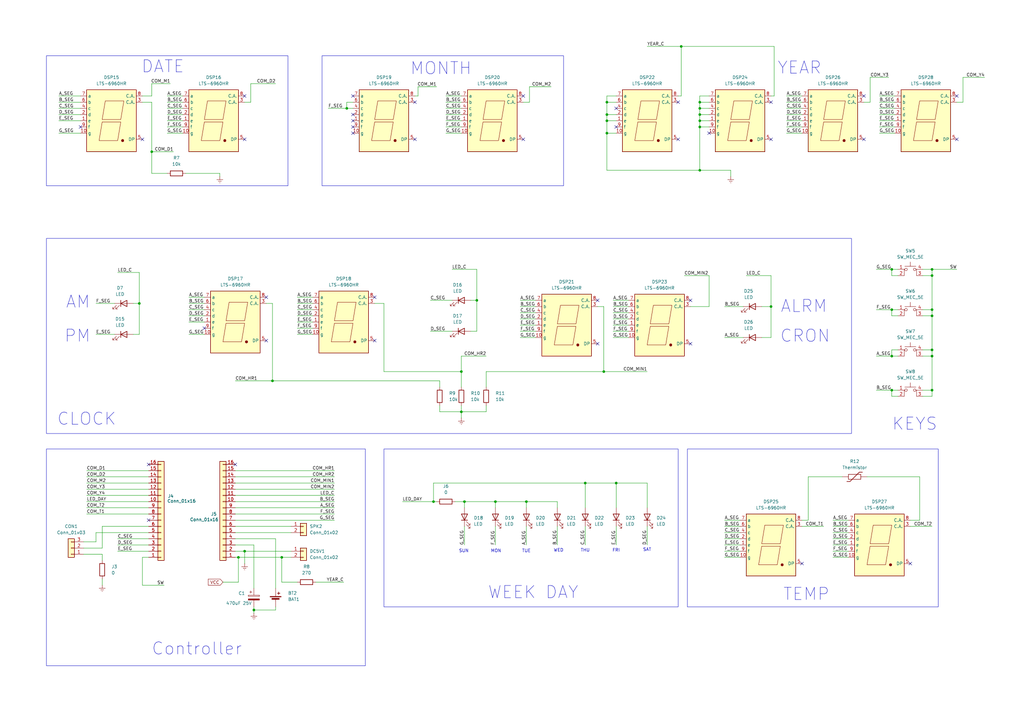
<source format=kicad_sch>
(kicad_sch (version 20231120) (generator "eeschema") (generator_version "8.0")
  (paper "A3")
  (title_block (title "Raspberry Pi Pico clock calendar") (date "2024-12-22") (rev "1.0") (company "Pakéquis"))
  (lib_symbols
    (symbol "Connector_Generic:Conn_01x02" (pin_names (offset 1.016) hide)
      (property "Reference" "J" (at 0 2.54 0))
      (property "Value" "Conn_01x02" (at 0 -5.08 0))
      (symbol "Conn_01x02_1_1"
        (rectangle (start -1.27 -2.413) (end 0 -2.667) (stroke (width 0.1524)))
        (rectangle (start -1.27 0.127) (end 0 -0.127) (stroke (width 0.1524)))
        (rectangle (start -1.27 1.27) (end 1.27 -3.81) (stroke (width 0.254)) (fill (type background)))
        (pin passive line (at -5.08 0 0) (length 3.81) (name "Pin_1") (number "1"))
        (pin passive line (at -5.08 -2.54 0) (length 3.81) (name "Pin_2") (number "2"))
      )
    )
    (symbol "Connector_Generic:Conn_01x03" (pin_names (offset 1.016) hide)
      (property "Reference" "J" (at 0 5.08 0))
      (property "Value" "Conn_01x03" (at 0 -5.08 0))
      (symbol "Conn_01x03_1_1"
        (rectangle (start -1.27 -2.413) (end 0 -2.667) (stroke (width 0.1524)))
        (rectangle (start -1.27 0.127) (end 0 -0.127) (stroke (width 0.1524)))
        (rectangle (start -1.27 2.667) (end 0 2.413) (stroke (width 0.1524)))
        (rectangle (start -1.27 3.81) (end 1.27 -3.81) (stroke (width 0.254)) (fill (type background)))
        (pin passive line (at -5.08 2.54 0) (length 3.81) (name "Pin_1") (number "1"))
        (pin passive line (at -5.08 0 0) (length 3.81) (name "Pin_2") (number "2"))
        (pin passive line (at -5.08 -2.54 0) (length 3.81) (name "Pin_3") (number "3"))
      )
    )
    (symbol "Connector_Generic:Conn_01x16" (pin_names (offset 1.016) hide)
      (property "Reference" "J" (at 0 20.32 0))
      (property "Value" "Conn_01x16" (at 0 -22.86 0))
      (symbol "Conn_01x16_1_1"
        (rectangle (start -1.27 -20.193) (end 0 -20.447) (stroke (width 0.1524)))
        (rectangle (start -1.27 -17.653) (end 0 -17.907) (stroke (width 0.1524)))
        (rectangle (start -1.27 -15.113) (end 0 -15.367) (stroke (width 0.1524)))
        (rectangle (start -1.27 -12.573) (end 0 -12.827) (stroke (width 0.1524)))
        (rectangle (start -1.27 -10.033) (end 0 -10.287) (stroke (width 0.1524)))
        (rectangle (start -1.27 -7.493) (end 0 -7.747) (stroke (width 0.1524)))
        (rectangle (start -1.27 -4.953) (end 0 -5.207) (stroke (width 0.1524)))
        (rectangle (start -1.27 -2.413) (end 0 -2.667) (stroke (width 0.1524)))
        (rectangle (start -1.27 0.127) (end 0 -0.127) (stroke (width 0.1524)))
        (rectangle (start -1.27 2.667) (end 0 2.413) (stroke (width 0.1524)))
        (rectangle (start -1.27 5.207) (end 0 4.953) (stroke (width 0.1524)))
        (rectangle (start -1.27 7.747) (end 0 7.493) (stroke (width 0.1524)))
        (rectangle (start -1.27 10.287) (end 0 10.033) (stroke (width 0.1524)))
        (rectangle (start -1.27 12.827) (end 0 12.573) (stroke (width 0.1524)))
        (rectangle (start -1.27 15.367) (end 0 15.113) (stroke (width 0.1524)))
        (rectangle (start -1.27 17.907) (end 0 17.653) (stroke (width 0.1524)))
        (rectangle (start -1.27 19.05) (end 1.27 -21.59) (stroke (width 0.254)) (fill (type background)))
        (pin passive line (at -5.08 17.78 0) (length 3.81) (name "Pin_1") (number "1"))
        (pin passive line (at -5.08 -5.08 0) (length 3.81) (name "Pin_10") (number "10"))
        (pin passive line (at -5.08 -7.62 0) (length 3.81) (name "Pin_11") (number "11"))
        (pin passive line (at -5.08 -10.16 0) (length 3.81) (name "Pin_12") (number "12"))
        (pin passive line (at -5.08 -12.7 0) (length 3.81) (name "Pin_13") (number "13"))
        (pin passive line (at -5.08 -15.24 0) (length 3.81) (name "Pin_14") (number "14"))
        (pin passive line (at -5.08 -17.78 0) (length 3.81) (name "Pin_15") (number "15"))
        (pin passive line (at -5.08 -20.32 0) (length 3.81) (name "Pin_16") (number "16"))
        (pin passive line (at -5.08 15.24 0) (length 3.81) (name "Pin_2") (number "2"))
        (pin passive line (at -5.08 12.7 0) (length 3.81) (name "Pin_3") (number "3"))
        (pin passive line (at -5.08 10.16 0) (length 3.81) (name "Pin_4") (number "4"))
        (pin passive line (at -5.08 7.62 0) (length 3.81) (name "Pin_5") (number "5"))
        (pin passive line (at -5.08 5.08 0) (length 3.81) (name "Pin_6") (number "6"))
        (pin passive line (at -5.08 2.54 0) (length 3.81) (name "Pin_7") (number "7"))
        (pin passive line (at -5.08 0 0) (length 3.81) (name "Pin_8") (number "8"))
        (pin passive line (at -5.08 -2.54 0) (length 3.81) (name "Pin_9") (number "9"))
      )
    )
    (symbol "Device:Battery_Cell" (pin_numbers hide) (pin_names (offset 0) hide)
      (property "Reference" "BT" (at 2.54 2.54 0))
      (property "Value" "Battery_Cell" (at 2.54 0 0))
      (symbol "Battery_Cell_0_1"
        (rectangle (start -2.286 1.778) (end 2.286 1.524) (fill (type outline)))
        (rectangle (start -1.524 1.016) (end 1.524 0.508) (fill (type outline)))
        (polyline (pts (xy 0 0.762) (xy 0 0)))
        (polyline (pts (xy 0 1.778) (xy 0 2.54)))
        (polyline (pts (xy 0.762 3.048) (xy 1.778 3.048)) (stroke (width 0.254)))
        (polyline (pts (xy 1.27 3.556) (xy 1.27 2.54)) (stroke (width 0.254)))
      )
      (symbol "Battery_Cell_1_1"
        (pin passive line (at 0 5.08 270) (length 2.54) (name "+") (number "1"))
        (pin passive line (at 0 -2.54 90) (length 2.54) (name "-") (number "2"))
      )
    )
    (symbol "Device:C_Polarized" (pin_numbers hide) (pin_names (offset 0.254))
      (property "Reference" "C" (at 0.635 2.54 0))
      (property "Value" "C_Polarized" (at 0.635 -2.54 0))
      (symbol "C_Polarized_0_1"
        (rectangle (start -2.286 0.508) (end 2.286 1.016))
        (polyline (pts (xy -1.778 2.286) (xy -0.762 2.286)))
        (polyline (pts (xy -1.27 2.794) (xy -1.27 1.778)))
        (rectangle (start 2.286 -0.508) (end -2.286 -1.016) (fill (type outline)))
      )
      (symbol "C_Polarized_1_1"
        (pin passive line (at 0 3.81 270) (length 2.794) (name "~") (number "1"))
        (pin passive line (at 0 -3.81 90) (length 2.794) (name "~") (number "2"))
      )
    )
    (symbol "Device:LED" (pin_numbers hide) (pin_names (offset 1.016) hide)
      (property "Reference" "D" (at 0 2.54 0))
      (property "Value" "LED" (at 0 -2.54 0))
      (symbol "LED_0_1"
        (polyline (pts (xy -1.27 -1.27) (xy -1.27 1.27)) (stroke (width 0.254)))
        (polyline (pts (xy -1.27 0) (xy 1.27 0)))
        (polyline (pts (xy 1.27 -1.27) (xy 1.27 1.27) (xy -1.27 0) (xy 1.27 -1.27)) (stroke (width 0.254)))
        (polyline (pts (xy -3.048 -0.762) (xy -4.572 -2.286) (xy -3.81 -2.286) (xy -4.572 -2.286) (xy -4.572 -1.524)))
        (polyline (pts (xy -1.778 -0.762) (xy -3.302 -2.286) (xy -2.54 -2.286) (xy -3.302 -2.286) (xy -3.302 -1.524)))
      )
      (symbol "LED_1_1"
        (pin passive line (at -3.81 0 0) (length 2.54) (name "K") (number "1"))
        (pin passive line (at 3.81 0 180) (length 2.54) (name "A") (number "2"))
      )
    )
    (symbol "Device:R" (pin_numbers hide) (pin_names (offset 0))
      (property "Reference" "R" (at 2.032 0 90))
      (property "Value" "R" (at 0 0 90))
      (symbol "R_0_1"
        (rectangle (start -1.016 -2.54) (end 1.016 2.54) (stroke (width 0.254)))
      )
      (symbol "R_1_1"
        (pin passive line (at 0 3.81 270) (length 1.27) (name "~") (number "1"))
        (pin passive line (at 0 -3.81 90) (length 1.27) (name "~") (number "2"))
      )
    )
    (symbol "Device:Thermistor" (pin_numbers hide) (pin_names (offset 0))
      (property "Reference" "TH" (at 2.54 1.27 90))
      (property "Value" "Thermistor" (at -2.54 0 90))
      (symbol "Thermistor_0_1"
        (rectangle (start -1.016 2.54) (end 1.016 -2.54) (stroke (width 0.2032)))
        (polyline (pts (xy -1.905 3.175) (xy -1.905 1.905) (xy 1.905 -1.905) (xy 1.905 -3.175) (xy 1.905 -3.175)) (stroke (width 0.254)))
      )
      (symbol "Thermistor_1_1"
        (pin passive line (at 0 5.08 270) (length 2.54) (name "~") (number "1"))
        (pin passive line (at 0 -5.08 90) (length 2.54) (name "~") (number "2"))
      )
    )
    (symbol "Display_Character:LTS-6960HR"
      (property "Reference" "AFF" (at -7.874 13.97 0))
      (property "Value" "LTS-6960HR" (at -2.032 13.97 0))
      (symbol "LTS-6960HR_0_1"
        (rectangle (start -10.16 12.7) (end 10.16 -12.7) (stroke (width 0.254)) (fill (type background)))
        (polyline (pts (xy -3.81 -0.508) (xy 3.81 -0.508) (xy 2.54 -8.128) (xy -5.08 -8.128) (xy -3.81 -0.508) (xy -3.81 -0.508)))
        (polyline (pts (xy -2.54 8.128) (xy 5.08 8.128) (xy 3.81 0.508) (xy -3.81 0.508) (xy -2.54 8.128) (xy -2.54 8.128)))
        (circle (center 4.572 -8.128) (radius 0.508) (fill (type outline)))
      )
      (symbol "LTS-6960HR_1_1"
        (pin passive line (at -12.7 0 0) (length 2.54) (name "e") (number "1"))
        (pin passive line (at -12.7 -5.08 0) (length 2.54) (name "g") (number "10"))
        (pin passive line (at -12.7 2.54 0) (length 2.54) (name "d") (number "2"))
        (pin passive line (at 12.7 7.62 180) (length 2.54) (name "C.A.") (number "3"))
        (pin passive line (at -12.7 5.08 0) (length 2.54) (name "c") (number "4"))
        (pin passive line (at 12.7 -7.62 180) (length 2.54) (name "DP") (number "5"))
        (pin passive line (at -12.7 7.62 0) (length 2.54) (name "b") (number "6"))
        (pin passive line (at -12.7 10.16 0) (length 2.54) (name "a") (number "7"))
        (pin passive line (at 12.7 10.16 180) (length 2.54) (name "C.A.") (number "8"))
        (pin passive line (at -12.7 -2.54 0) (length 2.54) (name "f") (number "9"))
      )
    )
    (symbol "Switch:SW_MEC_5E" (pin_names (offset 1.016) hide)
      (property "Reference" "SW" (at 0.635 5.715 0))
      (property "Value" "SW_MEC_5E" (at 0 -3.175 0))
      (symbol "SW_MEC_5E_0_1"
        (circle (center -1.778 2.54) (radius 0.508))
        (polyline (pts (xy -2.286 3.81) (xy 2.286 3.81)))
        (polyline (pts (xy 0 3.81) (xy 0 5.588)))
        (polyline (pts (xy -2.54 0) (xy -2.54 2.54) (xy -2.286 2.54)))
        (polyline (pts (xy 2.54 0) (xy 2.54 2.54) (xy 2.286 2.54)))
        (circle (center 1.778 2.54) (radius 0.508))
        (pin passive line (at -5.08 2.54 0) (length 2.54) (name "1") (number "1"))
        (pin passive line (at -5.08 0 0) (length 2.54) (name "2") (number "2"))
        (pin passive line (at 5.08 0 180) (length 2.54) (name "K") (number "3"))
        (pin passive line (at 5.08 2.54 180) (length 2.54) (name "A") (number "4"))
      )
    )
    (symbol "power:GNDREF" (power) (pin_numbers hide) (pin_names (offset 0) hide)
      (property "Value" "GNDREF" (at 0 -3.81 0))
      (symbol "GNDREF_0_1"
        (polyline (pts (xy -0.635 -1.905) (xy 0.635 -1.905)))
        (polyline (pts (xy -0.127 -2.54) (xy 0.127 -2.54)))
        (polyline (pts (xy 0 -1.27) (xy 0 0)))
        (polyline (pts (xy 1.27 -1.27) (xy -1.27 -1.27)))
      )
      (symbol "GNDREF_1_1"
        (pin power_in line (at 0 0 270) (length 0) (name "~") (number "1"))
      )
    )
  )
  (junction (at 382.27 113.03))
  (junction (at 190.5 205.74))
  (junction (at 248.92 54.61))
  (junction (at 177.8 205.74))
  (junction (at 189.23 152.4))
  (junction (at 287.02 46.99))
  (junction (at 365.76 146.05))
  (junction (at 382.27 129.54))
  (junction (at 215.9 205.74))
  (junction (at 247.65 152.4))
  (junction (at 104.14 250.19))
  (junction (at 240.03 198.12))
  (junction (at 287.02 44.45))
  (junction (at 287.02 69.85))
  (junction (at 382.27 127))
  (junction (at 248.92 41.91))
  (junction (at 142.24 44.45))
  (junction (at 115.57 228.6))
  (junction (at 111.76 156.21))
  (junction (at 365.76 127))
  (junction (at 287.02 41.91))
  (junction (at 62.23 62.23))
  (junction (at 287.02 52.07))
  (junction (at 252.73 198.12))
  (junction (at 100.33 226.06))
  (junction (at 189.23 168.91))
  (junction (at 382.27 160.02))
  (junction (at 365.76 110.49))
  (junction (at 287.02 49.53))
  (junction (at 279.4 19.05))
  (junction (at 365.76 160.02))
  (junction (at 248.92 46.99))
  (junction (at 316.23 125.73))
  (junction (at 382.27 146.05))
  (junction (at 382.27 143.51))
  (junction (at 57.15 124.46))
  (junction (at 203.2 205.74))
  (junction (at 248.92 49.53))
  (junction (at 195.58 123.19))
  (junction (at 382.27 110.49))
  (junction (at 97.79 228.6))
  (no_connect (at 245.11 140.97))
  (no_connect (at 316.23 57.15))
  (no_connect (at 100.33 39.37))
  (no_connect (at 170.18 41.91))
  (no_connect (at 316.23 41.91))
  (no_connect (at 144.78 49.53))
  (no_connect (at 109.22 139.7))
  (no_connect (at 392.43 39.37))
  (no_connect (at 33.02 52.07))
  (no_connect (at 153.67 121.92))
  (no_connect (at 100.33 57.15))
  (no_connect (at 392.43 57.15))
  (no_connect (at 354.33 39.37))
  (no_connect (at 354.33 57.15))
  (no_connect (at 252.73 44.45))
  (no_connect (at 290.83 54.61))
  (no_connect (at 328.93 231.14))
  (no_connect (at 278.13 41.91))
  (no_connect (at 214.63 39.37))
  (no_connect (at 60.96 190.5))
  (no_connect (at 252.73 52.07))
  (no_connect (at 144.78 39.37))
  (no_connect (at 109.22 121.92))
  (no_connect (at 283.21 140.97))
  (no_connect (at 153.67 139.7))
  (no_connect (at 170.18 57.15))
  (no_connect (at 245.11 123.19))
  (no_connect (at 278.13 57.15))
  (no_connect (at 214.63 57.15))
  (no_connect (at 283.21 123.19))
  (no_connect (at 58.42 57.15))
  (no_connect (at 144.78 46.99))
  (no_connect (at 83.82 134.62))
  (no_connect (at 373.38 231.14))
  (no_connect (at 144.78 54.61))
  (no_connect (at 60.96 213.36))
  (no_connect (at 96.52 190.5))
  (no_connect (at 144.78 52.07))
  (wire (pts (xy 394.97 41.91) (xy 392.43 41.91)))
  (wire (pts (xy 121.92 238.76) (xy 115.57 238.76)))
  (wire (pts (xy 121.92 129.54) (xy 128.27 129.54)))
  (wire (pts (xy 265.43 198.12) (xy 252.73 198.12)))
  (wire (pts (xy 228.6 208.28) (xy 228.6 205.74)))
  (wire (pts (xy 360.68 46.99) (xy 367.03 46.99)))
  (wire (pts (xy 77.47 137.16) (xy 83.82 137.16)))
  (wire (pts (xy 382.27 113.03) (xy 382.27 110.49)))
  (wire (pts (xy 180.34 166.37) (xy 180.34 168.91)))
  (wire (pts (xy 58.42 41.91) (xy 62.23 41.91)))
  (wire (pts (xy 119.38 215.9) (xy 96.52 215.9)))
  (wire (pts (xy 102.87 41.91) (xy 100.33 41.91)))
  (wire (pts (xy 96.52 208.28) (xy 137.16 208.28)))
  (wire (pts (xy 203.2 208.28) (xy 203.2 205.74)))
  (wire (pts (xy 213.36 130.81) (xy 219.71 130.81)))
  (wire (pts (xy 368.3 113.03) (xy 365.76 113.03)))
  (wire (pts (xy 35.56 195.58) (xy 60.96 195.58)))
  (wire (pts (xy 171.45 35.56) (xy 171.45 39.37)))
  (wire (pts (xy 322.58 52.07) (xy 328.93 52.07)))
  (wire (pts (xy 104.14 241.3) (xy 104.14 223.52)))
  (wire (pts (xy 35.56 205.74) (xy 60.96 205.74)))
  (wire (pts (xy 247.65 125.73) (xy 245.11 125.73)))
  (wire (pts (xy 331.47 213.36) (xy 328.93 213.36)))
  (wire (pts (xy 121.92 127) (xy 128.27 127)))
  (wire (pts (xy 378.46 113.03) (xy 382.27 113.03)))
  (wire (pts (xy 182.88 49.53) (xy 189.23 49.53)))
  (wire (pts (xy 365.76 110.49) (xy 368.3 110.49)))
  (wire (pts (xy 190.5 205.74) (xy 190.5 208.28)))
  (wire (pts (xy 248.92 46.99) (xy 248.92 49.53)))
  (wire (pts (xy 360.68 41.91) (xy 367.03 41.91)))
  (wire (pts (xy 365.76 143.51) (xy 365.76 146.05)))
  (wire (pts (xy 62.23 71.12) (xy 62.23 62.23)))
  (wire (pts (xy 356.87 31.75) (xy 356.87 41.91)))
  (wire (pts (xy 62.23 39.37) (xy 58.42 39.37)))
  (wire (pts (xy 24.13 46.99) (xy 33.02 46.99)))
  (wire (pts (xy 359.41 160.02) (xy 365.76 160.02)))
  (wire (pts (xy 360.68 52.07) (xy 367.03 52.07)))
  (wire (pts (xy 368.3 143.51) (xy 365.76 143.51)))
  (wire (pts (xy 41.91 215.9) (xy 41.91 224.79)))
  (wire (pts (xy 248.92 39.37) (xy 248.92 41.91)))
  (wire (pts (xy 68.58 46.99) (xy 74.93 46.99)))
  (wire (pts (xy 213.36 133.35) (xy 219.71 133.35)))
  (wire (pts (xy 39.37 218.44) (xy 60.96 218.44)))
  (wire (pts (xy 213.36 138.43) (xy 219.71 138.43)))
  (wire (pts (xy 57.15 111.76) (xy 57.15 124.46)))
  (wire (pts (xy 41.91 215.9) (xy 60.96 215.9)))
  (wire (pts (xy 217.17 35.56) (xy 226.06 35.56)))
  (wire (pts (xy 287.02 52.07) (xy 290.83 52.07)))
  (wire (pts (xy 252.73 208.28) (xy 252.73 198.12)))
  (wire (pts (xy 365.76 129.54) (xy 365.76 127)))
  (wire (pts (xy 247.65 152.4) (xy 265.43 152.4)))
  (wire (pts (xy 252.73 198.12) (xy 240.03 198.12)))
  (wire (pts (xy 322.58 49.53) (xy 328.93 49.53)))
  (wire (pts (xy 199.39 152.4) (xy 247.65 152.4)))
  (wire (pts (xy 96.52 213.36) (xy 137.16 213.36)))
  (wire (pts (xy 377.19 195.58) (xy 377.19 213.36)))
  (wire (pts (xy 287.02 49.53) (xy 287.02 52.07)))
  (wire (pts (xy 368.3 129.54) (xy 365.76 129.54)))
  (wire (pts (xy 68.58 54.61) (xy 74.93 54.61)))
  (wire (pts (xy 378.46 160.02) (xy 382.27 160.02)))
  (wire (pts (xy 394.97 31.75) (xy 394.97 41.91)))
  (wire (pts (xy 121.92 132.08) (xy 128.27 132.08)))
  (wire (pts (xy 62.23 62.23) (xy 62.23 41.91)))
  (wire (pts (xy 182.88 54.61) (xy 189.23 54.61)))
  (wire (pts (xy 24.13 49.53) (xy 33.02 49.53)))
  (wire (pts (xy 299.72 69.85) (xy 299.72 72.39)))
  (wire (pts (xy 24.13 54.61) (xy 33.02 54.61)))
  (wire (pts (xy 96.52 193.04) (xy 137.16 193.04)))
  (wire (pts (xy 35.56 203.2) (xy 60.96 203.2)))
  (wire (pts (xy 316.23 125.73) (xy 316.23 138.43)))
  (wire (pts (xy 287.02 44.45) (xy 287.02 46.99)))
  (wire (pts (xy 115.57 238.76) (xy 115.57 228.6)))
  (wire (pts (xy 189.23 166.37) (xy 189.23 168.91)))
  (wire (pts (xy 190.5 215.9) (xy 190.5 223.52)))
  (wire (pts (xy 297.18 220.98) (xy 303.53 220.98)))
  (wire (pts (xy 189.23 152.4) (xy 157.48 152.4)))
  (wire (pts (xy 185.42 110.49) (xy 195.58 110.49)))
  (wire (pts (xy 35.56 208.28) (xy 60.96 208.28)))
  (wire (pts (xy 251.46 123.19) (xy 257.81 123.19)))
  (wire (pts (xy 77.47 127) (xy 83.82 127)))
  (wire (pts (xy 247.65 152.4) (xy 247.65 125.73)))
  (wire (pts (xy 180.34 168.91) (xy 189.23 168.91)))
  (wire (pts (xy 58.42 228.6) (xy 60.96 228.6)))
  (wire (pts (xy 96.52 198.12) (xy 137.16 198.12)))
  (wire (pts (xy 189.23 158.75) (xy 189.23 152.4)))
  (wire (pts (xy 287.02 46.99) (xy 287.02 49.53)))
  (wire (pts (xy 177.8 198.12) (xy 177.8 205.74)))
  (wire (pts (xy 359.41 127) (xy 365.76 127)))
  (wire (pts (xy 345.44 195.58) (xy 331.47 195.58)))
  (wire (pts (xy 213.36 123.19) (xy 219.71 123.19)))
  (wire (pts (xy 279.4 39.37) (xy 278.13 39.37)))
  (wire (pts (xy 195.58 123.19) (xy 195.58 135.89)))
  (wire (pts (xy 251.46 133.35) (xy 257.81 133.35)))
  (wire (pts (xy 297.18 138.43) (xy 304.8 138.43)))
  (wire (pts (xy 287.02 44.45) (xy 290.83 44.45)))
  (wire (pts (xy 182.88 39.37) (xy 189.23 39.37)))
  (wire (pts (xy 251.46 128.27) (xy 257.81 128.27)))
  (wire (pts (xy 251.46 125.73) (xy 257.81 125.73)))
  (wire (pts (xy 312.42 125.73) (xy 316.23 125.73)))
  (wire (pts (xy 287.02 52.07) (xy 287.02 69.85)))
  (wire (pts (xy 179.07 35.56) (xy 171.45 35.56)))
  (wire (pts (xy 215.9 215.9) (xy 215.9 223.52)))
  (wire (pts (xy 382.27 160.02) (xy 382.27 146.05)))
  (wire (pts (xy 316.23 138.43) (xy 312.42 138.43)))
  (wire (pts (xy 100.33 226.06) (xy 100.33 231.14)))
  (wire (pts (xy 378.46 143.51) (xy 382.27 143.51)))
  (wire (pts (xy 39.37 124.46) (xy 46.99 124.46)))
  (wire (pts (xy 382.27 146.05) (xy 382.27 143.51)))
  (wire (pts (xy 104.14 250.19) (xy 113.03 250.19)))
  (wire (pts (xy 96.52 218.44) (xy 119.38 218.44)))
  (wire (pts (xy 341.63 223.52) (xy 347.98 223.52)))
  (wire (pts (xy 121.92 124.46) (xy 128.27 124.46)))
  (wire (pts (xy 365.76 160.02) (xy 368.3 160.02)))
  (wire (pts (xy 157.48 124.46) (xy 153.67 124.46)))
  (wire (pts (xy 377.19 213.36) (xy 373.38 213.36)))
  (wire (pts (xy 121.92 137.16) (xy 128.27 137.16)))
  (wire (pts (xy 189.23 168.91) (xy 189.23 171.45)))
  (wire (pts (xy 24.13 39.37) (xy 33.02 39.37)))
  (wire (pts (xy 287.02 39.37) (xy 287.02 41.91)))
  (wire (pts (xy 199.39 166.37) (xy 199.39 168.91)))
  (wire (pts (xy 96.52 210.82) (xy 137.16 210.82)))
  (wire (pts (xy 279.4 19.05) (xy 317.5 19.05)))
  (wire (pts (xy 199.39 168.91) (xy 189.23 168.91)))
  (wire (pts (xy 360.68 44.45) (xy 367.03 44.45)))
  (wire (pts (xy 35.56 200.66) (xy 60.96 200.66)))
  (wire (pts (xy 322.58 41.91) (xy 328.93 41.91)))
  (wire (pts (xy 142.24 41.91) (xy 142.24 44.45)))
  (wire (pts (xy 182.88 46.99) (xy 189.23 46.99)))
  (wire (pts (xy 109.22 124.46) (xy 111.76 124.46)))
  (wire (pts (xy 297.18 218.44) (xy 303.53 218.44)))
  (wire (pts (xy 322.58 44.45) (xy 328.93 44.45)))
  (wire (pts (xy 341.63 228.6) (xy 347.98 228.6)))
  (wire (pts (xy 96.52 226.06) (xy 100.33 226.06)))
  (wire (pts (xy 35.56 193.04) (xy 60.96 193.04)))
  (wire (pts (xy 322.58 54.61) (xy 328.93 54.61)))
  (wire (pts (xy 121.92 134.62) (xy 128.27 134.62)))
  (wire (pts (xy 248.92 49.53) (xy 248.92 54.61)))
  (wire (pts (xy 378.46 127) (xy 382.27 127)))
  (wire (pts (xy 54.61 124.46) (xy 57.15 124.46)))
  (wire (pts (xy 58.42 240.03) (xy 67.31 240.03)))
  (wire (pts (xy 364.49 31.75) (xy 356.87 31.75)))
  (wire (pts (xy 306.07 113.03) (xy 316.23 113.03)))
  (wire (pts (xy 203.2 215.9) (xy 203.2 223.52)))
  (wire (pts (xy 39.37 137.16) (xy 46.99 137.16)))
  (wire (pts (xy 316.23 39.37) (xy 317.5 39.37)))
  (wire (pts (xy 189.23 146.05) (xy 189.23 152.4)))
  (wire (pts (xy 115.57 228.6) (xy 119.38 228.6)))
  (wire (pts (xy 77.47 132.08) (xy 83.82 132.08)))
  (wire (pts (xy 213.36 135.89) (xy 219.71 135.89)))
  (wire (pts (xy 240.03 198.12) (xy 177.8 198.12)))
  (wire (pts (xy 96.52 220.98) (xy 113.03 220.98)))
  (wire (pts (xy 360.68 39.37) (xy 367.03 39.37)))
  (wire (pts (xy 297.18 223.52) (xy 303.53 223.52)))
  (wire (pts (xy 102.87 34.29) (xy 102.87 41.91)))
  (wire (pts (xy 104.14 248.92) (xy 104.14 250.19)))
  (wire (pts (xy 62.23 34.29) (xy 62.23 39.37)))
  (wire (pts (xy 48.26 220.98) (xy 60.96 220.98)))
  (wire (pts (xy 217.17 41.91) (xy 214.63 41.91)))
  (wire (pts (xy 341.63 213.36) (xy 347.98 213.36)))
  (wire (pts (xy 248.92 49.53) (xy 252.73 49.53)))
  (wire (pts (xy 186.69 205.74) (xy 190.5 205.74)))
  (wire (pts (xy 290.83 125.73) (xy 283.21 125.73)))
  (wire (pts (xy 68.58 49.53) (xy 74.93 49.53)))
  (wire (pts (xy 360.68 54.61) (xy 367.03 54.61)))
  (wire (pts (xy 68.58 71.12) (xy 62.23 71.12)))
  (wire (pts (xy 299.72 69.85) (xy 287.02 69.85)))
  (wire (pts (xy 317.5 39.37) (xy 317.5 19.05)))
  (wire (pts (xy 96.52 228.6) (xy 97.79 228.6)))
  (wire (pts (xy 251.46 138.43) (xy 257.81 138.43)))
  (wire (pts (xy 217.17 35.56) (xy 217.17 41.91)))
  (wire (pts (xy 76.2 71.12) (xy 90.17 71.12)))
  (wire (pts (xy 111.76 156.21) (xy 180.34 156.21)))
  (wire (pts (xy 265.43 215.9) (xy 265.43 223.52)))
  (wire (pts (xy 215.9 205.74) (xy 203.2 205.74)))
  (wire (pts (xy 228.6 215.9) (xy 228.6 223.52)))
  (wire (pts (xy 203.2 205.74) (xy 190.5 205.74)))
  (wire (pts (xy 90.17 72.39) (xy 90.17 71.12)))
  (wire (pts (xy 176.53 123.19) (xy 185.42 123.19)))
  (wire (pts (xy 97.79 228.6) (xy 115.57 228.6)))
  (wire (pts (xy 382.27 129.54) (xy 382.27 127)))
  (wire (pts (xy 287.02 41.91) (xy 290.83 41.91)))
  (wire (pts (xy 77.47 129.54) (xy 83.82 129.54)))
  (wire (pts (xy 252.73 215.9) (xy 252.73 223.52)))
  (wire (pts (xy 113.03 248.92) (xy 113.03 250.19)))
  (wire (pts (xy 322.58 39.37) (xy 328.93 39.37)))
  (wire (pts (xy 165.1 205.74) (xy 177.8 205.74)))
  (wire (pts (xy 248.92 69.85) (xy 248.92 54.61)))
  (wire (pts (xy 331.47 195.58) (xy 331.47 213.36)))
  (wire (pts (xy 113.03 34.29) (xy 102.87 34.29)))
  (wire (pts (xy 121.92 121.92) (xy 128.27 121.92)))
  (wire (pts (xy 111.76 124.46) (xy 111.76 156.21)))
  (wire (pts (xy 382.27 110.49) (xy 392.43 110.49)))
  (wire (pts (xy 34.29 222.25) (xy 39.37 222.25)))
  (wire (pts (xy 96.52 156.21) (xy 111.76 156.21)))
  (wire (pts (xy 144.78 41.91) (xy 142.24 41.91)))
  (wire (pts (xy 24.13 41.91) (xy 33.02 41.91)))
  (wire (pts (xy 251.46 130.81) (xy 257.81 130.81)))
  (wire (pts (xy 96.52 200.66) (xy 137.16 200.66)))
  (wire (pts (xy 41.91 237.49) (xy 41.91 240.03)))
  (wire (pts (xy 341.63 218.44) (xy 347.98 218.44)))
  (wire (pts (xy 328.93 215.9) (xy 337.82 215.9)))
  (wire (pts (xy 248.92 41.91) (xy 252.73 41.91)))
  (wire (pts (xy 359.41 146.05) (xy 365.76 146.05)))
  (wire (pts (xy 215.9 208.28) (xy 215.9 205.74)))
  (wire (pts (xy 157.48 152.4) (xy 157.48 124.46)))
  (wire (pts (xy 199.39 146.05) (xy 189.23 146.05)))
  (wire (pts (xy 251.46 135.89) (xy 257.81 135.89)))
  (wire (pts (xy 382.27 162.56) (xy 382.27 160.02)))
  (wire (pts (xy 252.73 39.37) (xy 248.92 39.37)))
  (wire (pts (xy 177.8 205.74) (xy 179.07 205.74)))
  (wire (pts (xy 297.18 213.36) (xy 303.53 213.36)))
  (wire (pts (xy 182.88 52.07) (xy 189.23 52.07)))
  (wire (pts (xy 287.02 46.99) (xy 290.83 46.99)))
  (wire (pts (xy 297.18 226.06) (xy 303.53 226.06)))
  (wire (pts (xy 322.58 46.99) (xy 328.93 46.99)))
  (wire (pts (xy 248.92 41.91) (xy 248.92 46.99)))
  (wire (pts (xy 97.79 228.6) (xy 97.79 238.76)))
  (wire (pts (xy 96.52 203.2) (xy 137.16 203.2)))
  (wire (pts (xy 359.41 110.49) (xy 365.76 110.49)))
  (wire (pts (xy 228.6 205.74) (xy 215.9 205.74)))
  (wire (pts (xy 341.63 226.06) (xy 347.98 226.06)))
  (wire (pts (xy 39.37 222.25) (xy 39.37 218.44)))
  (wire (pts (xy 213.36 125.73) (xy 219.71 125.73)))
  (wire (pts (xy 48.26 226.06) (xy 60.96 226.06)))
  (wire (pts (xy 193.04 123.19) (xy 195.58 123.19)))
  (wire (pts (xy 373.38 215.9) (xy 382.27 215.9)))
  (wire (pts (xy 142.24 44.45) (xy 144.78 44.45)))
  (wire (pts (xy 180.34 156.21) (xy 180.34 158.75)))
  (wire (pts (xy 248.92 54.61) (xy 252.73 54.61)))
  (wire (pts (xy 382.27 127) (xy 382.27 113.03)))
  (wire (pts (xy 41.91 227.33) (xy 34.29 227.33)))
  (wire (pts (xy 297.18 228.6) (xy 303.53 228.6)))
  (wire (pts (xy 35.56 198.12) (xy 60.96 198.12)))
  (wire (pts (xy 355.6 195.58) (xy 377.19 195.58)))
  (wire (pts (xy 287.02 41.91) (xy 287.02 44.45)))
  (wire (pts (xy 182.88 44.45) (xy 189.23 44.45)))
  (wire (pts (xy 195.58 135.89) (xy 193.04 135.89)))
  (wire (pts (xy 368.3 162.56) (xy 365.76 162.56)))
  (wire (pts (xy 290.83 113.03) (xy 290.83 125.73)))
  (wire (pts (xy 58.42 240.03) (xy 58.42 228.6)))
  (wire (pts (xy 316.23 113.03) (xy 316.23 125.73)))
  (wire (pts (xy 129.54 238.76) (xy 140.97 238.76)))
  (wire (pts (xy 62.23 62.23) (xy 71.12 62.23)))
  (wire (pts (xy 113.03 220.98) (xy 113.03 241.3)))
  (wire (pts (xy 104.14 223.52) (xy 96.52 223.52)))
  (wire (pts (xy 68.58 52.07) (xy 74.93 52.07)))
  (wire (pts (xy 134.62 44.45) (xy 142.24 44.45)))
  (wire (pts (xy 279.4 19.05) (xy 279.4 39.37)))
  (wire (pts (xy 240.03 208.28) (xy 240.03 198.12)))
  (wire (pts (xy 182.88 41.91) (xy 189.23 41.91)))
  (wire (pts (xy 378.46 162.56) (xy 382.27 162.56)))
  (wire (pts (xy 176.53 135.89) (xy 185.42 135.89)))
  (wire (pts (xy 195.58 110.49) (xy 195.58 123.19)))
  (wire (pts (xy 77.47 121.92) (xy 83.82 121.92)))
  (wire (pts (xy 265.43 19.05) (xy 279.4 19.05)))
  (wire (pts (xy 382.27 143.51) (xy 382.27 129.54)))
  (wire (pts (xy 96.52 195.58) (xy 137.16 195.58)))
  (wire (pts (xy 48.26 223.52) (xy 60.96 223.52)))
  (wire (pts (xy 57.15 124.46) (xy 57.15 137.16)))
  (wire (pts (xy 378.46 129.54) (xy 382.27 129.54)))
  (wire (pts (xy 287.02 69.85) (xy 248.92 69.85)))
  (wire (pts (xy 265.43 208.28) (xy 265.43 198.12)))
  (wire (pts (xy 100.33 226.06) (xy 119.38 226.06)))
  (wire (pts (xy 297.18 215.9) (xy 303.53 215.9)))
  (wire (pts (xy 104.14 250.19) (xy 104.14 251.46)))
  (wire (pts (xy 199.39 158.75) (xy 199.39 152.4)))
  (wire (pts (xy 213.36 128.27) (xy 219.71 128.27)))
  (wire (pts (xy 280.67 113.03) (xy 290.83 113.03)))
  (wire (pts (xy 69.85 34.29) (xy 62.23 34.29)))
  (wire (pts (xy 287.02 49.53) (xy 290.83 49.53)))
  (wire (pts (xy 68.58 39.37) (xy 74.93 39.37)))
  (wire (pts (xy 341.63 215.9) (xy 347.98 215.9)))
  (wire (pts (xy 378.46 146.05) (xy 382.27 146.05)))
  (wire (pts (xy 96.52 205.74) (xy 137.16 205.74)))
  (wire (pts (xy 341.63 220.98) (xy 347.98 220.98)))
  (wire (pts (xy 34.29 224.79) (xy 41.91 224.79)))
  (wire (pts (xy 356.87 41.91) (xy 354.33 41.91)))
  (wire (pts (xy 68.58 41.91) (xy 74.93 41.91)))
  (wire (pts (xy 248.92 46.99) (xy 252.73 46.99)))
  (wire (pts (xy 68.58 44.45) (xy 74.93 44.45)))
  (wire (pts (xy 378.46 110.49) (xy 382.27 110.49)))
  (wire (pts (xy 360.68 49.53) (xy 367.03 49.53)))
  (wire (pts (xy 91.44 238.76) (xy 97.79 238.76)))
  (wire (pts (xy 24.13 44.45) (xy 33.02 44.45)))
  (wire (pts (xy 365.76 113.03) (xy 365.76 110.49)))
  (wire (pts (xy 290.83 39.37) (xy 287.02 39.37)))
  (wire (pts (xy 35.56 210.82) (xy 60.96 210.82)))
  (wire (pts (xy 41.91 229.87) (xy 41.91 227.33)))
  (wire (pts (xy 365.76 162.56) (xy 365.76 160.02)))
  (wire (pts (xy 57.15 137.16) (xy 54.61 137.16)))
  (wire (pts (xy 297.18 125.73) (xy 304.8 125.73)))
  (wire (pts (xy 365.76 127) (xy 368.3 127)))
  (wire (pts (xy 48.26 111.76) (xy 57.15 111.76)))
  (wire (pts (xy 240.03 215.9) (xy 240.03 223.52)))
  (wire (pts (xy 170.18 39.37) (xy 171.45 39.37)))
  (wire (pts (xy 394.97 31.75) (xy 403.86 31.75)))
  (wire (pts (xy 77.47 124.46) (xy 83.82 124.46)))
  (wire (pts (xy 365.76 146.05) (xy 368.3 146.05)))
  (rectangle (start 19.05 22.86) (end 118.11 76.2))
  (rectangle (start 19.05 97.79) (end 349.25 177.8))
  (rectangle (start 132.08 22.86) (end 231.14 76.2))
  (rectangle (start 281.94 184.15) (end 384.81 248.92))
  (rectangle (start 157.48 184.15) (end 278.13 248.92))
  (rectangle (start 19.05 184.15) (end 149.86 273.05))
  (text "ALRM" (at 329.692 125.73 0) (effects (font (size 5 5))))
  (text "SAT" (at 265.43 225.552 0) (effects (font (size 1.27 1.27))))
  (text "MONTH" (at 180.848 28.194 0) (effects (font (size 5 5))))
  (text "PM" (at 31.75 137.922 0) (effects (font (size 5 5))))
  (text "YEAR" (at 327.914 27.94 0) (effects (font (size 5 5))))
  (text "FRI" (at 252.73 225.806 0) (effects (font (size 1.27 1.27))))
  (text "CLOCK" (at 35.56 171.958 0) (effects (font (size 5 5))))
  (text "AM" (at 32.004 123.952 0) (effects (font (size 5 5))))
  (text "TEMP" (at 330.708 243.84 0) (effects (font (size 5 5))))
  (text "CRON" (at 330.2 137.922 0) (effects (font (size 5 5))))
  (text "DATE" (at 66.802 27.432 0) (effects (font (size 5 5))))
  (text "TUE" (at 215.9 226.06 0) (effects (font (size 1.27 1.27))))
  (text "SUN" (at 190.246 226.06 0) (effects (font (size 1.27 1.27))))
  (text "THU" (at 240.03 225.806 0) (effects (font (size 1.27 1.27))))
  (text "KEYS" (at 375.158 173.99 0) (effects (font (size 5 5))))
  (text "WEEK DAY" (at 218.694 243.078 0) (effects (font (size 5 5))))
  (text "WED" (at 229.108 225.806 0) (effects (font (size 1.27 1.27))))
  (text "MON" (at 203.454 226.06 0) (effects (font (size 1.27 1.27))))
  (text "Controller" (at 80.772 266.192 0) (effects (font (size 5 5))))
  (label "F_SEG" (at 360.68 52.07 0))
  (label "C_SEG" (at 121.92 127 0))
  (label "D_SEG" (at 176.53 135.89 0))
  (label "COM_D1" (at 71.12 62.23 180))
  (label "C_SEG" (at 77.47 127 0))
  (label "F_SEG" (at 137.16 210.82 180))
  (label "COM_HR1" (at 137.16 193.04 180))
  (label "A_SEG" (at 137.16 208.28 180))
  (label "YEAR_C" (at 140.97 238.76 180))
  (label "B_SEG" (at 359.41 160.02 0))
  (label "A_SEG" (at 24.13 39.37 0))
  (label "D_SEG" (at 121.92 129.54 0))
  (label "F_SEG" (at 203.2 223.52 90))
  (label "A_SEG" (at 213.36 123.19 0))
  (label "B_SEG" (at 24.13 41.91 0))
  (label "COM_Y3" (at 364.49 31.75 180))
  (label "C_SEG" (at 176.53 123.19 0))
  (label "D_SEG" (at 251.46 130.81 0))
  (label "B_SEG" (at 341.63 215.9 0))
  (label "G_SEG" (at 24.13 54.61 0))
  (label "B_SEG" (at 137.16 205.74 180))
  (label "B_SEG" (at 297.18 125.73 0))
  (label "COM_T1" (at 337.82 215.9 180))
  (label "A_SEG" (at 215.9 223.52 90))
  (label "A_SEG" (at 68.58 39.37 0))
  (label "COM_D1" (at 35.56 193.04 0))
  (label "COM_M1" (at 69.85 34.29 180))
  (label "B_SEG" (at 121.92 124.46 0))
  (label "B_SEG" (at 322.58 41.91 0))
  (label "E_SEG" (at 121.92 132.08 0))
  (label "LED_C" (at 306.07 113.03 0))
  (label "LED_C" (at 48.26 111.76 0))
  (label "G_SEG" (at 341.63 228.6 0))
  (label "G_SEG" (at 322.58 54.61 0))
  (label "C_SEG" (at 360.68 44.45 0))
  (label "B_SEG" (at 77.47 124.46 0))
  (label "A_SEG" (at 322.58 39.37 0))
  (label "G_SEG" (at 359.41 110.49 0))
  (label "A_SEG" (at 341.63 213.36 0))
  (label "B_SEG" (at 213.36 125.73 0))
  (label "COM_T2" (at 35.56 208.28 0))
  (label "A_SEG" (at 251.46 123.19 0))
  (label "E_SEG" (at 182.88 49.53 0))
  (label "F_SEG" (at 359.41 127 0))
  (label "YEAR_C" (at 265.43 19.05 0))
  (label "D_SEG" (at 297.18 220.98 0))
  (label "COM_MIN1" (at 265.43 152.4 180))
  (label "COM_M2" (at 35.56 198.12 0))
  (label "COM_HR2" (at 137.16 195.58 180))
  (label "A_SEG" (at 182.88 39.37 0))
  (label "F_SEG" (at 121.92 134.62 0))
  (label "C_SEG" (at 297.18 218.44 0))
  (label "D_SEG" (at 48.26 223.52 0))
  (label "COM_D2" (at 113.03 34.29 180))
  (label "B_SEG" (at 228.6 223.52 90))
  (label "SW" (at 392.43 110.49 180))
  (label "G_SEG" (at 190.5 223.52 90))
  (label "A_SEG" (at 297.18 138.43 0))
  (label "B_SEG" (at 360.68 41.91 0))
  (label "LED_C" (at 185.42 110.49 0))
  (label "COM_M1" (at 179.07 35.56 180))
  (label "E_SEG" (at 251.46 133.35 0))
  (label "D_SEG" (at 341.63 220.98 0))
  (label "A_SEG" (at 297.18 213.36 0))
  (label "G_SEG" (at 360.68 54.61 0))
  (label "LED_DAY" (at 165.1 205.74 0))
  (label "C_SEG" (at 213.36 128.27 0))
  (label "COM_D2" (at 35.56 195.58 0))
  (label "E_SEG" (at 24.13 49.53 0))
  (label "COM_T2" (at 382.27 215.9 180))
  (label "LED_C" (at 137.16 203.2 180))
  (label "F_SEG" (at 297.18 226.06 0))
  (label "E_SEG" (at 322.58 49.53 0))
  (label "G_SEG" (at 251.46 138.43 0))
  (label "COM_T1" (at 35.56 210.82 0))
  (label "F_SEG" (at 322.58 52.07 0))
  (label "C_SEG" (at 322.58 44.45 0))
  (label "E_SEG" (at 48.26 226.06 0))
  (label "B_SEG" (at 68.58 41.91 0))
  (label "B_SEG" (at 182.88 41.91 0))
  (label "G_SEG" (at 297.18 228.6 0))
  (label "E_SEG" (at 297.18 223.52 0))
  (label "G_SEG" (at 137.16 213.36 180))
  (label "A_SEG" (at 77.47 121.92 0))
  (label "E_SEG" (at 252.73 223.52 90))
  (label "D_SEG" (at 265.43 223.52 90))
  (label "COM_MIN2" (at 137.16 200.66 180))
  (label "COM_Y4" (at 35.56 203.2 0))
  (label "C_SEG" (at 240.03 223.52 90))
  (label "LED_DAY" (at 35.56 205.74 0))
  (label "A_SEG" (at 359.41 146.05 0))
  (label "E_SEG" (at 77.47 132.08 0))
  (label "D_SEG" (at 77.47 129.54 0))
  (label "F_SEG" (at 251.46 135.89 0))
  (label "G_SEG" (at 182.88 54.61 0))
  (label "E_SEG" (at 213.36 133.35 0))
  (label "E_SEG" (at 341.63 223.52 0))
  (label "C_SEG" (at 24.13 44.45 0))
  (label "C_SEG" (at 341.63 218.44 0))
  (label "F_SEG" (at 68.58 52.07 0))
  (label "COM_MIN2" (at 280.67 113.03 0))
  (label "D_SEG" (at 68.58 46.99 0))
  (label "C_SEG" (at 68.58 44.45 0))
  (label "F_SEG" (at 341.63 226.06 0))
  (label "B_SEG" (at 297.18 215.9 0))
  (label "G_SEG" (at 68.58 54.61 0))
  (label "D_SEG" (at 322.58 46.99 0))
  (label "G_SEG" (at 77.47 137.16 0))
  (label "G_SEG" (at 121.92 137.16 0))
  (label "D_SEG" (at 360.68 46.99 0))
  (label "COM_HR1" (at 96.52 156.21 0))
  (label "F_SEG" (at 182.88 52.07 0))
  (label "COM_HR2" (at 199.39 146.05 180))
  (label "COM_Y3" (at 35.56 200.66 0))
  (label "C_SEG" (at 182.88 44.45 0))
  (label "COM_M2" (at 226.06 35.56 180))
  (label "D_SEG" (at 182.88 46.99 0))
  (label "C_SEG" (at 251.46 128.27 0))
  (label "D_SEG" (at 213.36 130.81 0))
  (label "F_SEG" (at 39.37 124.46 0))
  (label "E_SEG" (at 360.68 49.53 0))
  (label "G_SEG" (at 213.36 138.43 0))
  (label "A_SEG" (at 121.92 121.92 0))
  (label "SW" (at 67.31 240.03 180))
  (label "E_SEG" (at 39.37 137.16 0))
  (label "A_SEG" (at 360.68 39.37 0))
  (label "COM_MIN1" (at 137.16 198.12 180))
  (label "COM_Y4" (at 403.86 31.75 180))
  (label "F_SEG" (at 134.62 44.45 0))
  (label "E_SEG" (at 68.58 49.53 0))
  (label "F_SEG" (at 213.36 135.89 0))
  (label "B_SEG" (at 251.46 125.73 0))
  (label "C_SEG" (at 48.26 220.98 0))
  (label "D_SEG" (at 24.13 46.99 0))
  (global_label "VCC" (shape input) (at 91.44 238.76 180) (property "Intersheetrefs" "${INTERSHEET_REFS}" (effects (hide yes))))
  (symbol (lib_id "Display_Character:LTS-6960HR") (at 201.93 49.53 0) (unit 1)
    (property "Reference" "DSP20" (at 201.93 31.75 0))
    (property "Value" "LTS-6960HR" (at 201.93 34.29 0))
    (property "Footprint" "Display_7Segment:7SegmentLED_LTS6760_LTS6780" (effects (hide yes)))
    (property "Datasheet" "https://datasheet.octopart.com/LTS-6960HR-Lite-On-datasheet-11803242.pdf" (effects (hide yes)))
    (property "Description" "DISPLAY 7 SEGMENTS common A." (effects (hide yes)))
  )
  (symbol (lib_id "Display_Character:LTS-6960HR") (at 341.63 49.53 0) (unit 1)
    (property "Reference" "DSP26" (at 341.63 31.75 0))
    (property "Value" "LTS-6960HR" (at 341.63 34.29 0))
    (property "Footprint" "Display_7Segment:7SegmentLED_LTS6760_LTS6780" (effects (hide yes)))
    (property "Datasheet" "https://datasheet.octopart.com/LTS-6960HR-Lite-On-datasheet-11803242.pdf" (effects (hide yes)))
    (property "Description" "DISPLAY 7 SEGMENTS common A." (effects (hide yes)))
  )
  (symbol (lib_id "Device:R") (at 180.34 162.56 0) (unit 1)
    (property "Reference" "R9" (at 184.15 161.2899 0) (effects (justify left)))
    (property "Value" "10k" (at 184.15 163.8299 0) (effects (justify left)))
    (property "Description" "Resistor" (effects (hide yes)))
  )
  (symbol (lib_id "Connector_Generic:Conn_01x02") (at 124.46 226.06 0) (unit 1)
    (property "Reference" "DC5V1" (at 127 226.0599 0) (effects (justify left)))
    (property "Value" "Conn_01x02" (at 127 228.5999 0) (effects (justify left)))
    (property "Description" "Generic connector, single row, 01x02, script generated (kicad-library-utils/schlib/autogen/connector/)" (effects (hide yes)))
  )
  (symbol (lib_id "power:GNDREF") (at 41.91 240.03 0) (unit 1)
    (property "Reference" "#PWR05" (effects (hide yes)))
    (property "Value" "GNDREF" (effects (hide yes)))
    (property "Description" "Power symbol creates a global label with name \"GNDREF\" , reference supply ground" (effects (hide yes)))
  )
  (symbol (lib_id "Display_Character:LTS-6960HR") (at 303.53 49.53 0) (unit 1)
    (property "Reference" "DSP24" (at 303.53 31.75 0))
    (property "Value" "LTS-6960HR" (at 303.53 34.29 0))
    (property "Footprint" "Display_7Segment:7SegmentLED_LTS6760_LTS6780" (effects (hide yes)))
    (property "Datasheet" "https://datasheet.octopart.com/LTS-6960HR-Lite-On-datasheet-11803242.pdf" (effects (hide yes)))
    (property "Description" "DISPLAY 7 SEGMENTS common A." (effects (hide yes)))
  )
  (symbol (lib_id "Switch:SW_MEC_5E") (at 373.38 146.05 0) (unit 1)
    (property "Reference" "SW7" (at 373.38 135.89 0))
    (property "Value" "SW_MEC_5E" (at 373.38 138.43 0))
    (property "Datasheet" "http://www.apem.com/int/index.php?controller=attachment&id_attachment=1371" (effects (hide yes)))
    (property "Description" "MEC 5E single pole normally-open tactile switch" (effects (hide yes)))
  )
  (symbol (lib_id "Connector_Generic:Conn_01x16") (at 91.44 210.82 180) (unit 1)
    (property "Reference" "J5" (at 88.9 210.8201 0) (effects (justify left)))
    (property "Value" "Conn_01x16" (at 89.662 213.106 0) (effects (justify left)))
    (property "Description" "Generic connector, single row, 01x16, script generated (kicad-library-utils/schlib/autogen/connector/)" (effects (hide yes)))
  )
  (symbol (lib_id "Device:R") (at 41.91 233.68 0) (unit 1)
    (property "Reference" "J3" (at 45.72 232.4099 0) (effects (justify left)))
    (property "Value" "0" (at 45.72 234.9499 0) (effects (justify left)))
    (property "Description" "Resistor" (effects (hide yes)))
  )
  (symbol (lib_id "Device:LED") (at 190.5 212.09 90) (unit 1)
    (property "Reference" "D18" (at 194.31 212.4074 90) (effects (justify right)))
    (property "Value" "LED" (at 194.31 214.9474 90) (effects (justify right)))
    (property "Description" "Light emitting diode" (effects (hide yes)))
  )
  (symbol (lib_id "power:GNDREF") (at 104.14 251.46 0) (unit 1)
    (property "Reference" "#PWR07" (effects (hide yes)))
    (property "Value" "GNDREF" (effects (hide yes)))
    (property "Description" "Power symbol creates a global label with name \"GNDREF\" , reference supply ground" (effects (hide yes)))
  )
  (symbol (lib_id "Display_Character:LTS-6960HR") (at 45.72 49.53 0) (unit 1)
    (property "Reference" "DSP15" (at 45.72 31.75 0))
    (property "Value" "LTS-6960HR" (at 45.72 34.29 0))
    (property "Footprint" "Display_7Segment:7SegmentLED_LTS6760_LTS6780" (effects (hide yes)))
    (property "Datasheet" "https://datasheet.octopart.com/LTS-6960HR-Lite-On-datasheet-11803242.pdf" (effects (hide yes)))
    (property "Description" "DISPLAY 7 SEGMENTS common A." (effects (hide yes)))
  )
  (symbol (lib_id "Device:R") (at 182.88 205.74 90) (unit 1)
    (property "Reference" "J6" (at 182.88 199.39 90))
    (property "Value" "0" (at 182.88 201.93 90))
    (property "Description" "Resistor" (effects (hide yes)))
  )
  (symbol (lib_id "Display_Character:LTS-6960HR") (at 270.51 133.35 0) (unit 1)
    (property "Reference" "DSP23" (at 270.51 115.57 0))
    (property "Value" "LTS-6960HR" (at 270.51 118.11 0))
    (property "Footprint" "Display_7Segment:7SegmentLED_LTS6760_LTS6780" (effects (hide yes)))
    (property "Datasheet" "https://datasheet.octopart.com/LTS-6960HR-Lite-On-datasheet-11803242.pdf" (effects (hide yes)))
    (property "Description" "DISPLAY 7 SEGMENTS common A." (effects (hide yes)))
  )
  (symbol (lib_id "power:GNDREF") (at 90.17 72.39 0) (unit 1)
    (property "Reference" "#PWR01" (effects (hide yes)))
    (property "Value" "GNDREF" (effects (hide yes)))
    (property "Description" "Power symbol creates a global label with name \"GNDREF\" , reference supply ground" (effects (hide yes)))
  )
  (symbol (lib_id "Device:R") (at 125.73 238.76 90) (unit 1)
    (property "Reference" "R8" (at 125.73 232.41 90))
    (property "Value" "270" (at 125.73 234.95 90))
    (property "Description" "Resistor" (effects (hide yes)))
  )
  (symbol (lib_id "Display_Character:LTS-6960HR") (at 265.43 49.53 0) (unit 1)
    (property "Reference" "DSP22" (at 265.43 31.75 0))
    (property "Value" "LTS-6960HR" (at 265.43 34.29 0))
    (property "Footprint" "Display_7Segment:7SegmentLED_LTS6760_LTS6780" (effects (hide yes)))
    (property "Datasheet" "https://datasheet.octopart.com/LTS-6960HR-Lite-On-datasheet-11803242.pdf" (effects (hide yes)))
    (property "Description" "DISPLAY 7 SEGMENTS common A." (effects (hide yes)))
  )
  (symbol (lib_id "power:GNDREF") (at 100.33 231.14 0) (unit 1)
    (property "Reference" "#PWR06" (effects (hide yes)))
    (property "Value" "GNDREF" (effects (hide yes)))
    (property "Description" "Power symbol creates a global label with name \"GNDREF\" , reference supply ground" (effects (hide yes)))
  )
  (symbol (lib_id "Display_Character:LTS-6960HR") (at 87.63 49.53 0) (unit 1)
    (property "Reference" "DSP16" (at 87.63 31.75 0))
    (property "Value" "LTS-6960HR" (at 87.63 34.29 0))
    (property "Footprint" "Display_7Segment:7SegmentLED_LTS6760_LTS6780" (effects (hide yes)))
    (property "Datasheet" "https://datasheet.octopart.com/LTS-6960HR-Lite-On-datasheet-11803242.pdf" (effects (hide yes)))
    (property "Description" "DISPLAY 7 SEGMENTS common A." (effects (hide yes)))
  )
  (symbol (lib_id "power:GNDREF") (at 299.72 72.39 0) (unit 1)
    (property "Reference" "#PWR02" (effects (hide yes)))
    (property "Value" "GNDREF" (effects (hide yes)))
    (property "Description" "Power symbol creates a global label with name \"GNDREF\" , reference supply ground" (effects (hide yes)))
  )
  (symbol (lib_id "Display_Character:LTS-6960HR") (at 157.48 49.53 0) (unit 1)
    (property "Reference" "DSP19" (at 157.48 31.75 0))
    (property "Value" "LTS-6960HR" (at 157.48 34.29 0))
    (property "Footprint" "Display_7Segment:7SegmentLED_LTS6760_LTS6780" (effects (hide yes)))
    (property "Datasheet" "https://datasheet.octopart.com/LTS-6960HR-Lite-On-datasheet-11803242.pdf" (effects (hide yes)))
    (property "Description" "DISPLAY 7 SEGMENTS common A." (effects (hide yes)))
  )
  (symbol (lib_id "Switch:SW_MEC_5E") (at 373.38 129.54 0) (unit 1)
    (property "Reference" "SW6" (at 373.38 119.38 0))
    (property "Value" "SW_MEC_5E" (at 373.38 121.92 0))
    (property "Datasheet" "http://www.apem.com/int/index.php?controller=attachment&id_attachment=1371" (effects (hide yes)))
    (property "Description" "MEC 5E single pole normally-open tactile switch" (effects (hide yes)))
  )
  (symbol (lib_id "Device:LED") (at 240.03 212.09 90) (unit 1)
    (property "Reference" "D22" (at 243.84 212.4074 90) (effects (justify right)))
    (property "Value" "LED" (at 243.84 214.9474 90) (effects (justify right)))
    (property "Description" "Light emitting diode" (effects (hide yes)))
  )
  (symbol (lib_id "Device:LED") (at 50.8 124.46 0) (unit 1)
    (property "Reference" "D7" (at 49.2125 118.11 0))
    (property "Value" "LED" (at 49.2125 120.65 0))
    (property "Description" "Light emitting diode" (effects (hide yes)))
  )
  (symbol (lib_id "Device:LED") (at 215.9 212.09 90) (unit 1)
    (property "Reference" "D20" (at 219.71 212.4074 90) (effects (justify right)))
    (property "Value" "LED" (at 219.71 214.9474 90) (effects (justify right)))
    (property "Description" "Light emitting diode" (effects (hide yes)))
  )
  (symbol (lib_id "Connector_Generic:Conn_01x03") (at 29.21 224.79 180) (unit 1)
    (property "Reference" "CON1" (at 29.21 215.9 0))
    (property "Value" "Conn_01x03" (at 29.21 218.44 0))
    (property "Description" "Generic connector, single row, 01x03, script generated (kicad-library-utils/schlib/autogen/connector/)" (effects (hide yes)))
  )
  (symbol (lib_id "Device:LED") (at 308.61 125.73 0) (unit 1)
    (property "Reference" "D25" (at 307.0225 119.38 0))
    (property "Value" "LED" (at 307.0225 121.92 0))
    (property "Description" "Light emitting diode" (effects (hide yes)))
  )
  (symbol (lib_id "Connector_Generic:Conn_01x02") (at 124.46 215.9 0) (unit 1)
    (property "Reference" "SPK2" (at 127 215.8999 0) (effects (justify left)))
    (property "Value" "Conn_01x02" (at 127 218.4399 0) (effects (justify left)))
    (property "Description" "Generic connector, single row, 01x02, script generated (kicad-library-utils/schlib/autogen/connector/)" (effects (hide yes)))
  )
  (symbol (lib_id "Device:LED") (at 265.43 212.09 90) (unit 1)
    (property "Reference" "D24" (at 269.24 212.4074 90) (effects (justify right)))
    (property "Value" "LED" (at 269.24 214.9474 90) (effects (justify right)))
    (property "Description" "Light emitting diode" (effects (hide yes)))
  )
  (symbol (lib_id "Device:LED") (at 189.23 123.19 0) (unit 1)
    (property "Reference" "D16" (at 187.6425 116.84 0))
    (property "Value" "LED" (at 187.6425 119.38 0))
    (property "Description" "Light emitting diode" (effects (hide yes)))
  )
  (symbol (lib_id "Display_Character:LTS-6960HR") (at 96.52 132.08 0) (unit 1)
    (property "Reference" "DSP17" (at 96.52 114.3 0))
    (property "Value" "LTS-6960HR" (at 96.52 116.84 0))
    (property "Footprint" "Display_7Segment:7SegmentLED_LTS6760_LTS6780" (effects (hide yes)))
    (property "Datasheet" "https://datasheet.octopart.com/LTS-6960HR-Lite-On-datasheet-11803242.pdf" (effects (hide yes)))
    (property "Description" "DISPLAY 7 SEGMENTS common A." (effects (hide yes)))
  )
  (symbol (lib_id "Connector_Generic:Conn_01x16") (at 66.04 210.82 0) (mirror x) (unit 1)
    (property "Reference" "J4" (at 68.834 203.454 0) (effects (justify left)))
    (property "Value" "Conn_01x16" (at 68.58 205.486 0) (effects (justify left)))
    (property "Description" "Generic connector, single row, 01x16, script generated (kicad-library-utils/schlib/autogen/connector/)" (effects (hide yes)))
  )
  (symbol (lib_id "Device:Battery_Cell") (at 113.03 246.38 0) (unit 1)
    (property "Reference" "BT2" (at 118.11 243.2684 0) (effects (justify left)))
    (property "Value" "BAT1" (at 118.11 245.8084 0) (effects (justify left)))
    (property "Description" "Single-cell battery" (effects (hide yes)))
  )
  (symbol (lib_id "Device:LED") (at 252.73 212.09 90) (unit 1)
    (property "Reference" "D23" (at 256.54 212.4074 90) (effects (justify right)))
    (property "Value" "LED" (at 256.54 214.9474 90) (effects (justify right)))
    (property "Description" "Light emitting diode" (effects (hide yes)))
  )
  (symbol (lib_id "Device:LED") (at 203.2 212.09 90) (unit 1)
    (property "Reference" "D19" (at 207.01 212.4074 90) (effects (justify right)))
    (property "Value" "LED" (at 207.01 214.9474 90) (effects (justify right)))
    (property "Description" "Light emitting diode" (effects (hide yes)))
  )
  (symbol (lib_id "Device:LED") (at 228.6 212.09 90) (unit 1)
    (property "Reference" "D21" (at 232.41 212.4074 90) (effects (justify right)))
    (property "Value" "LED" (at 232.41 214.9474 90) (effects (justify right)))
    (property "Description" "Light emitting diode" (effects (hide yes)))
  )
  (symbol (lib_id "power:GNDREF") (at 189.23 171.45 0) (unit 1)
    (property "Reference" "#PWR08" (effects (hide yes)))
    (property "Value" "GNDREF" (effects (hide yes)))
    (property "Description" "Power symbol creates a global label with name \"GNDREF\" , reference supply ground" (effects (hide yes)))
  )
  (symbol (lib_id "Device:R") (at 72.39 71.12 90) (unit 1)
    (property "Reference" "R7" (at 72.39 64.77 90))
    (property "Value" "10k" (at 72.39 67.31 90))
    (property "Description" "Resistor" (effects (hide yes)))
  )
  (symbol (lib_id "Display_Character:LTS-6960HR") (at 379.73 49.53 0) (unit 1)
    (property "Reference" "DSP28" (at 379.73 31.75 0))
    (property "Value" "LTS-6960HR" (at 379.73 34.29 0))
    (property "Footprint" "Display_7Segment:7SegmentLED_LTS6760_LTS6780" (effects (hide yes)))
    (property "Datasheet" "https://datasheet.octopart.com/LTS-6960HR-Lite-On-datasheet-11803242.pdf" (effects (hide yes)))
    (property "Description" "DISPLAY 7 SEGMENTS common A." (effects (hide yes)))
  )
  (symbol (lib_id "Device:LED") (at 50.8 137.16 0) (unit 1)
    (property "Reference" "D15" (at 49.2125 130.81 0))
    (property "Value" "LED" (at 49.2125 133.35 0))
    (property "Description" "Light emitting diode" (effects (hide yes)))
  )
  (symbol (lib_id "Switch:SW_MEC_5E") (at 373.38 113.03 0) (unit 1)
    (property "Reference" "SW5" (at 373.38 102.87 0))
    (property "Value" "SW_MEC_5E" (at 373.38 105.41 0))
    (property "Datasheet" "http://www.apem.com/int/index.php?controller=attachment&id_attachment=1371" (effects (hide yes)))
    (property "Description" "MEC 5E single pole normally-open tactile switch" (effects (hide yes)))
  )
  (symbol (lib_id "Display_Character:LTS-6960HR") (at 360.68 223.52 0) (unit 1)
    (property "Reference" "DSP27" (at 360.68 205.74 0))
    (property "Value" "LTS-6960HR" (at 360.68 208.28 0))
    (property "Footprint" "Display_7Segment:7SegmentLED_LTS6760_LTS6780" (effects (hide yes)))
    (property "Datasheet" "https://datasheet.octopart.com/LTS-6960HR-Lite-On-datasheet-11803242.pdf" (effects (hide yes)))
    (property "Description" "DISPLAY 7 SEGMENTS common A." (effects (hide yes)))
  )
  (symbol (lib_id "Device:LED") (at 308.61 138.43 0) (unit 1)
    (property "Reference" "D26" (at 307.0225 132.08 0))
    (property "Value" "LED" (at 307.0225 134.62 0))
    (property "Description" "Light emitting diode" (effects (hide yes)))
  )
  (symbol (lib_id "Device:R") (at 199.39 162.56 0) (unit 1)
    (property "Reference" "R11" (at 203.2 161.2899 0) (effects (justify left)))
    (property "Value" "10k" (at 203.2 163.8299 0) (effects (justify left)))
    (property "Description" "Resistor" (effects (hide yes)))
  )
  (symbol (lib_id "Display_Character:LTS-6960HR") (at 232.41 133.35 0) (unit 1)
    (property "Reference" "DSP21" (at 232.41 115.57 0))
    (property "Value" "LTS-6960HR" (at 232.41 118.11 0))
    (property "Footprint" "Display_7Segment:7SegmentLED_LTS6760_LTS6780" (effects (hide yes)))
    (property "Datasheet" "https://datasheet.octopart.com/LTS-6960HR-Lite-On-datasheet-11803242.pdf" (effects (hide yes)))
    (property "Description" "DISPLAY 7 SEGMENTS common A." (effects (hide yes)))
  )
  (symbol (lib_id "Device:C_Polarized") (at 104.14 245.11 0) (unit 1)
    (property "Reference" "C1" (at 97.79 243.332 0) (effects (justify left)))
    (property "Value" "470uF 25V" (at 92.71 247.396 0) (effects (justify left)))
    (property "Description" "Polarized capacitor" (effects (hide yes)))
  )
  (symbol (lib_id "Device:R") (at 189.23 162.56 0) (unit 1)
    (property "Reference" "R10" (at 193.04 161.2899 0) (effects (justify left)))
    (property "Value" "10k" (at 193.04 163.8299 0) (effects (justify left)))
    (property "Description" "Resistor" (effects (hide yes)))
  )
  (symbol (lib_id "Device:Thermistor") (at 350.52 195.58 90) (unit 1)
    (property "Reference" "R12" (at 350.52 189.23 90))
    (property "Value" "Thermistor" (at 350.52 191.77 90))
    (property "Description" "Temperature dependent resistor" (effects (hide yes)))
  )
  (symbol (lib_id "Device:LED") (at 189.23 135.89 0) (unit 1)
    (property "Reference" "D17" (at 187.6425 129.54 0))
    (property "Value" "LED" (at 187.6425 132.08 0))
    (property "Description" "Light emitting diode" (effects (hide yes)))
  )
  (symbol (lib_id "Display_Character:LTS-6960HR") (at 140.97 132.08 0) (unit 1)
    (property "Reference" "DSP18" (at 140.97 114.3 0))
    (property "Value" "LTS-6960HR" (at 140.97 116.84 0))
    (property "Footprint" "Display_7Segment:7SegmentLED_LTS6760_LTS6780" (effects (hide yes)))
    (property "Datasheet" "https://datasheet.octopart.com/LTS-6960HR-Lite-On-datasheet-11803242.pdf" (effects (hide yes)))
    (property "Description" "DISPLAY 7 SEGMENTS common A." (effects (hide yes)))
  )
  (symbol (lib_id "Display_Character:LTS-6960HR") (at 316.23 223.52 0) (unit 1)
    (property "Reference" "DSP25" (at 316.23 205.74 0))
    (property "Value" "LTS-6960HR" (at 316.23 208.28 0))
    (property "Footprint" "Display_7Segment:7SegmentLED_LTS6760_LTS6780" (effects (hide yes)))
    (property "Datasheet" "https://datasheet.octopart.com/LTS-6960HR-Lite-On-datasheet-11803242.pdf" (effects (hide yes)))
    (property "Description" "DISPLAY 7 SEGMENTS common A." (effects (hide yes)))
  )
  (symbol (lib_id "Switch:SW_MEC_5E") (at 373.38 162.56 0) (unit 1)
    (property "Reference" "SW8" (at 373.38 152.4 0))
    (property "Value" "SW_MEC_5E" (at 373.38 154.94 0))
    (property "Datasheet" "http://www.apem.com/int/index.php?controller=attachment&id_attachment=1371" (effects (hide yes)))
    (property "Description" "MEC 5E single pole normally-open tactile switch" (effects (hide yes)))
  )
)
</source>
